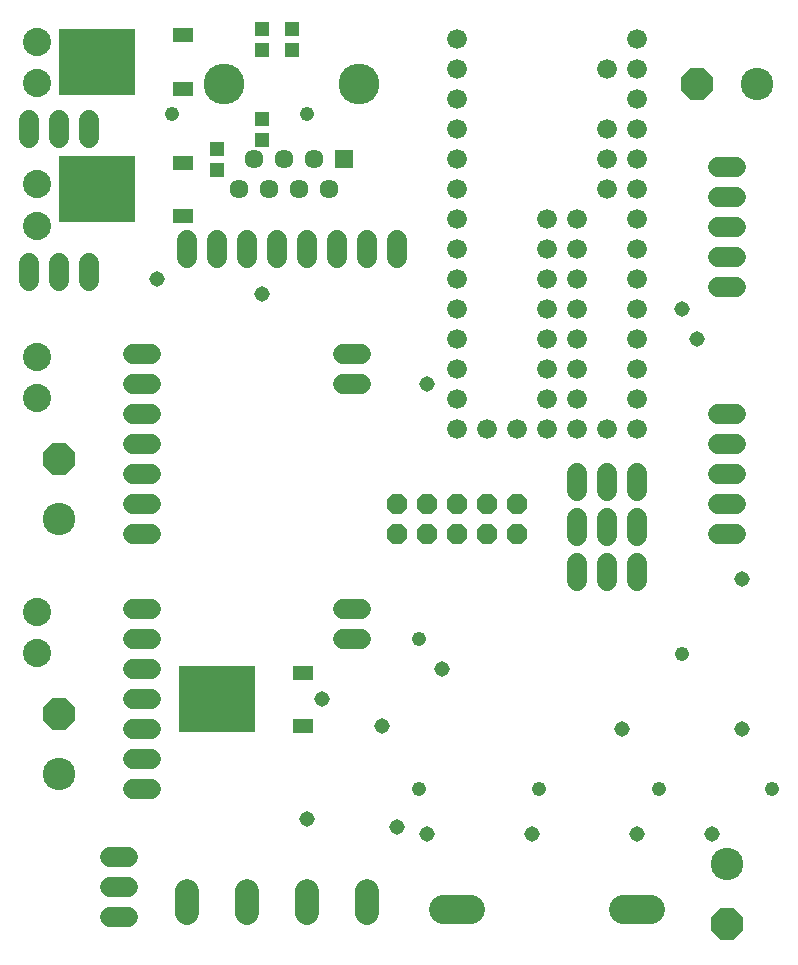
<source format=gbs>
G75*
%MOIN*%
%OFA0B0*%
%FSLAX24Y24*%
%IPPOS*%
%LPD*%
%AMOC8*
5,1,8,0,0,1.08239X$1,22.5*
%
%ADD10C,0.1080*%
%ADD11OC8,0.1080*%
%ADD12C,0.0965*%
%ADD13C,0.0680*%
%ADD14C,0.0660*%
%ADD15C,0.0785*%
%ADD16C,0.0940*%
%ADD17R,0.2521X0.2206*%
%ADD18R,0.0710X0.0474*%
%ADD19R,0.0513X0.0474*%
%ADD20OC8,0.0680*%
%ADD21C,0.0634*%
%ADD22R,0.0634X0.0634*%
%ADD23C,0.1360*%
%ADD24C,0.0516*%
%ADD25C,0.0476*%
D10*
X002430Y006180D03*
X002430Y014680D03*
X024680Y003180D03*
X025680Y029180D03*
D11*
X023680Y029180D03*
X002430Y016680D03*
X002430Y008180D03*
X024680Y001180D03*
D12*
X022123Y001680D02*
X021238Y001680D01*
X016123Y001680D02*
X015238Y001680D01*
D13*
X004730Y001430D02*
X004130Y001430D01*
X004130Y002430D02*
X004730Y002430D01*
X004730Y003430D02*
X004130Y003430D01*
X004880Y005680D02*
X005480Y005680D01*
X005480Y006680D02*
X004880Y006680D01*
X004880Y007680D02*
X005480Y007680D01*
X005480Y008680D02*
X004880Y008680D01*
X004880Y009680D02*
X005480Y009680D01*
X005480Y010680D02*
X004880Y010680D01*
X004880Y011680D02*
X005480Y011680D01*
X005480Y014180D02*
X004880Y014180D01*
X004880Y015180D02*
X005480Y015180D01*
X005480Y016180D02*
X004880Y016180D01*
X004880Y017180D02*
X005480Y017180D01*
X005480Y018180D02*
X004880Y018180D01*
X004880Y019180D02*
X005480Y019180D01*
X005480Y020180D02*
X004880Y020180D01*
X003430Y022630D02*
X003430Y023230D01*
X002430Y023230D02*
X002430Y022630D01*
X001430Y022630D02*
X001430Y023230D01*
X001430Y027380D02*
X001430Y027980D01*
X002430Y027980D02*
X002430Y027380D01*
X003430Y027380D02*
X003430Y027980D01*
X006680Y023980D02*
X006680Y023380D01*
X007680Y023380D02*
X007680Y023980D01*
X008680Y023980D02*
X008680Y023380D01*
X009680Y023380D02*
X009680Y023980D01*
X010680Y023980D02*
X010680Y023380D01*
X011680Y023380D02*
X011680Y023980D01*
X012680Y023980D02*
X012680Y023380D01*
X013680Y023380D02*
X013680Y023980D01*
X012480Y020180D02*
X011880Y020180D01*
X011880Y019180D02*
X012480Y019180D01*
X012480Y011680D02*
X011880Y011680D01*
X011880Y010680D02*
X012480Y010680D01*
X019680Y012630D02*
X019680Y013230D01*
X019680Y014130D02*
X019680Y014730D01*
X019680Y015630D02*
X019680Y016230D01*
X020680Y016230D02*
X020680Y015630D01*
X020680Y014730D02*
X020680Y014130D01*
X020680Y013230D02*
X020680Y012630D01*
X021680Y012630D02*
X021680Y013230D01*
X021680Y014130D02*
X021680Y014730D01*
X021680Y015630D02*
X021680Y016230D01*
X024380Y016180D02*
X024980Y016180D01*
X024980Y015180D02*
X024380Y015180D01*
X024380Y014180D02*
X024980Y014180D01*
X024980Y017180D02*
X024380Y017180D01*
X024380Y018180D02*
X024980Y018180D01*
X024980Y022430D02*
X024380Y022430D01*
X024380Y023430D02*
X024980Y023430D01*
X024980Y024430D02*
X024380Y024430D01*
X024380Y025430D02*
X024980Y025430D01*
X024980Y026430D02*
X024380Y026430D01*
D14*
X021680Y026680D03*
X021680Y025680D03*
X021680Y024680D03*
X021680Y023680D03*
X021680Y022680D03*
X021680Y021680D03*
X021680Y020680D03*
X021680Y019680D03*
X021680Y018680D03*
X021680Y017680D03*
X020680Y017680D03*
X019680Y017680D03*
X019680Y018680D03*
X019680Y019680D03*
X019680Y020680D03*
X019680Y021680D03*
X018680Y021680D03*
X018680Y020680D03*
X018680Y019680D03*
X018680Y018680D03*
X018680Y017680D03*
X017680Y017680D03*
X016680Y017680D03*
X015680Y017680D03*
X015680Y018680D03*
X015680Y019680D03*
X015680Y020680D03*
X015680Y021680D03*
X015680Y022680D03*
X015680Y023680D03*
X015680Y024680D03*
X015680Y025680D03*
X015680Y026680D03*
X015680Y027680D03*
X015680Y028680D03*
X015680Y029680D03*
X015680Y030680D03*
X020680Y029680D03*
X021680Y029680D03*
X021680Y028680D03*
X021680Y027680D03*
X020680Y027680D03*
X020680Y026680D03*
X020680Y025680D03*
X019680Y024680D03*
X019680Y023680D03*
X019680Y022680D03*
X018680Y022680D03*
X018680Y023680D03*
X018680Y024680D03*
X021680Y030680D03*
D15*
X012680Y002283D02*
X012680Y001578D01*
X010680Y001578D02*
X010680Y002283D01*
X008680Y002283D02*
X008680Y001578D01*
X006680Y001578D02*
X006680Y002283D01*
D16*
X001680Y010221D03*
X001680Y011599D03*
X001680Y018721D03*
X001680Y020099D03*
X001680Y024471D03*
X001680Y025849D03*
X001680Y029221D03*
X001680Y030599D03*
D17*
X003696Y029930D03*
X003696Y025680D03*
X007696Y008680D03*
D18*
X010570Y007782D03*
X010570Y009578D03*
X006570Y024782D03*
X006570Y026578D03*
X006570Y029032D03*
X006570Y030828D03*
D19*
X009180Y031015D03*
X009180Y030345D03*
X010180Y030345D03*
X010180Y031015D03*
X009180Y028015D03*
X009180Y027345D03*
X007680Y027015D03*
X007680Y026345D03*
D20*
X013680Y015180D03*
X013680Y014180D03*
X014680Y014180D03*
X014680Y015180D03*
X015680Y015180D03*
X015680Y014180D03*
X016680Y014180D03*
X016680Y015180D03*
X017680Y015180D03*
X017680Y014180D03*
D21*
X011430Y025680D03*
X010430Y025680D03*
X009930Y026680D03*
X010930Y026680D03*
X009430Y025680D03*
X008930Y026680D03*
X008430Y025680D03*
D22*
X011930Y026680D03*
D23*
X012430Y029180D03*
X007930Y029180D03*
D24*
X005680Y022680D03*
X009180Y022180D03*
X014680Y019180D03*
X015180Y009680D03*
X013180Y007790D03*
X011180Y008680D03*
X010680Y004680D03*
X013680Y004430D03*
X014680Y004180D03*
X018180Y004180D03*
X021180Y007680D03*
X021680Y004180D03*
X024180Y004180D03*
X025180Y007680D03*
X025180Y012680D03*
X023680Y020680D03*
X023180Y021680D03*
D25*
X014430Y010680D03*
X014430Y005680D03*
X018430Y005680D03*
X022430Y005680D03*
X026180Y005680D03*
X023180Y010180D03*
X010680Y028180D03*
X006180Y028180D03*
M02*

</source>
